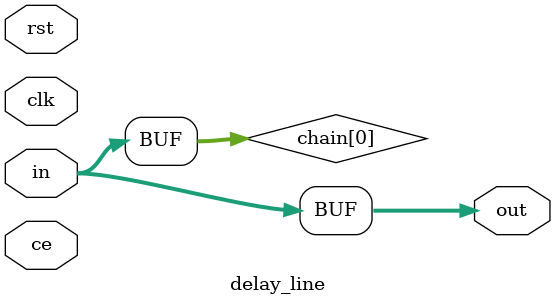
<source format=v>
`timescale 1ns / 1ps
module delay_line #(
		parameter	DELAY = 0,
		parameter	WIDTH = 8
	)(
		input 					ce,
		input 					rst,
		input 					clk,
		input  [WIDTH - 1:0] 	in,
		output [WIDTH - 1:0] 	out
    );
	wire [WIDTH - 1:0]	chain [DELAY:0];
	assign chain[0] = in;
	assign out 	= chain[DELAY];
	
	generate
		genvar i;
		for(i = 0; i < DELAY; i = i + 1)
			latch #(
				.WIDTH(WIDTH)
			)
			lat (
				.ce(ce),
				.rst(rst),
				.clk(clk),
				.in(chain[i]),
				.out(chain[i + 1])
			);
	endgenerate
endmodule

</source>
